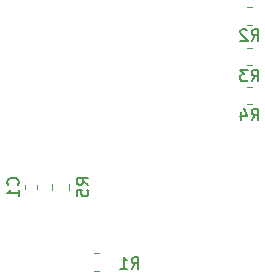
<source format=gbo>
%TF.GenerationSoftware,KiCad,Pcbnew,5.1.8*%
%TF.CreationDate,2020-12-08T01:30:07+01:00*%
%TF.ProjectId,dht_esp_shield,6468745f-6573-4705-9f73-6869656c642e,rev?*%
%TF.SameCoordinates,Original*%
%TF.FileFunction,Legend,Bot*%
%TF.FilePolarity,Positive*%
%FSLAX46Y46*%
G04 Gerber Fmt 4.6, Leading zero omitted, Abs format (unit mm)*
G04 Created by KiCad (PCBNEW 5.1.8) date 2020-12-08 01:30:07*
%MOMM*%
%LPD*%
G01*
G04 APERTURE LIST*
%ADD10C,0.120000*%
%ADD11C,0.150000*%
G04 APERTURE END LIST*
D10*
%TO.C,R5*%
X118083000Y-81306936D02*
X118083000Y-81761064D01*
X116613000Y-81306936D02*
X116613000Y-81761064D01*
%TO.C,R4*%
X133122936Y-73052000D02*
X133577064Y-73052000D01*
X133122936Y-74522000D02*
X133577064Y-74522000D01*
%TO.C,R3*%
X133122936Y-69750000D02*
X133577064Y-69750000D01*
X133122936Y-71220000D02*
X133577064Y-71220000D01*
%TO.C,R2*%
X133122936Y-66321000D02*
X133577064Y-66321000D01*
X133122936Y-67791000D02*
X133577064Y-67791000D01*
%TO.C,R1*%
X120168936Y-87149000D02*
X120623064Y-87149000D01*
X120168936Y-88619000D02*
X120623064Y-88619000D01*
%TO.C,C1*%
X115318000Y-81387733D02*
X115318000Y-81680267D01*
X114298000Y-81387733D02*
X114298000Y-81680267D01*
%TO.C,R5*%
D11*
X119705380Y-81367333D02*
X119229190Y-81034000D01*
X119705380Y-80795904D02*
X118705380Y-80795904D01*
X118705380Y-81176857D01*
X118753000Y-81272095D01*
X118800619Y-81319714D01*
X118895857Y-81367333D01*
X119038714Y-81367333D01*
X119133952Y-81319714D01*
X119181571Y-81272095D01*
X119229190Y-81176857D01*
X119229190Y-80795904D01*
X118705380Y-82272095D02*
X118705380Y-81795904D01*
X119181571Y-81748285D01*
X119133952Y-81795904D01*
X119086333Y-81891142D01*
X119086333Y-82129238D01*
X119133952Y-82224476D01*
X119181571Y-82272095D01*
X119276809Y-82319714D01*
X119514904Y-82319714D01*
X119610142Y-82272095D01*
X119657761Y-82224476D01*
X119705380Y-82129238D01*
X119705380Y-81891142D01*
X119657761Y-81795904D01*
X119610142Y-81748285D01*
%TO.C,R4*%
X133516666Y-75889380D02*
X133850000Y-75413190D01*
X134088095Y-75889380D02*
X134088095Y-74889380D01*
X133707142Y-74889380D01*
X133611904Y-74937000D01*
X133564285Y-74984619D01*
X133516666Y-75079857D01*
X133516666Y-75222714D01*
X133564285Y-75317952D01*
X133611904Y-75365571D01*
X133707142Y-75413190D01*
X134088095Y-75413190D01*
X132659523Y-75222714D02*
X132659523Y-75889380D01*
X132897619Y-74841761D02*
X133135714Y-75556047D01*
X132516666Y-75556047D01*
%TO.C,R3*%
X133516666Y-72587380D02*
X133850000Y-72111190D01*
X134088095Y-72587380D02*
X134088095Y-71587380D01*
X133707142Y-71587380D01*
X133611904Y-71635000D01*
X133564285Y-71682619D01*
X133516666Y-71777857D01*
X133516666Y-71920714D01*
X133564285Y-72015952D01*
X133611904Y-72063571D01*
X133707142Y-72111190D01*
X134088095Y-72111190D01*
X133183333Y-71587380D02*
X132564285Y-71587380D01*
X132897619Y-71968333D01*
X132754761Y-71968333D01*
X132659523Y-72015952D01*
X132611904Y-72063571D01*
X132564285Y-72158809D01*
X132564285Y-72396904D01*
X132611904Y-72492142D01*
X132659523Y-72539761D01*
X132754761Y-72587380D01*
X133040476Y-72587380D01*
X133135714Y-72539761D01*
X133183333Y-72492142D01*
%TO.C,R2*%
X133516666Y-69158380D02*
X133850000Y-68682190D01*
X134088095Y-69158380D02*
X134088095Y-68158380D01*
X133707142Y-68158380D01*
X133611904Y-68206000D01*
X133564285Y-68253619D01*
X133516666Y-68348857D01*
X133516666Y-68491714D01*
X133564285Y-68586952D01*
X133611904Y-68634571D01*
X133707142Y-68682190D01*
X134088095Y-68682190D01*
X133135714Y-68253619D02*
X133088095Y-68206000D01*
X132992857Y-68158380D01*
X132754761Y-68158380D01*
X132659523Y-68206000D01*
X132611904Y-68253619D01*
X132564285Y-68348857D01*
X132564285Y-68444095D01*
X132611904Y-68586952D01*
X133183333Y-69158380D01*
X132564285Y-69158380D01*
%TO.C,R1*%
X123356666Y-88463380D02*
X123690000Y-87987190D01*
X123928095Y-88463380D02*
X123928095Y-87463380D01*
X123547142Y-87463380D01*
X123451904Y-87511000D01*
X123404285Y-87558619D01*
X123356666Y-87653857D01*
X123356666Y-87796714D01*
X123404285Y-87891952D01*
X123451904Y-87939571D01*
X123547142Y-87987190D01*
X123928095Y-87987190D01*
X122404285Y-88463380D02*
X122975714Y-88463380D01*
X122690000Y-88463380D02*
X122690000Y-87463380D01*
X122785238Y-87606238D01*
X122880476Y-87701476D01*
X122975714Y-87749095D01*
%TO.C,C1*%
X113735142Y-81367333D02*
X113782761Y-81319714D01*
X113830380Y-81176857D01*
X113830380Y-81081619D01*
X113782761Y-80938761D01*
X113687523Y-80843523D01*
X113592285Y-80795904D01*
X113401809Y-80748285D01*
X113258952Y-80748285D01*
X113068476Y-80795904D01*
X112973238Y-80843523D01*
X112878000Y-80938761D01*
X112830380Y-81081619D01*
X112830380Y-81176857D01*
X112878000Y-81319714D01*
X112925619Y-81367333D01*
X113830380Y-82319714D02*
X113830380Y-81748285D01*
X113830380Y-82034000D02*
X112830380Y-82034000D01*
X112973238Y-81938761D01*
X113068476Y-81843523D01*
X113116095Y-81748285D01*
%TD*%
M02*

</source>
